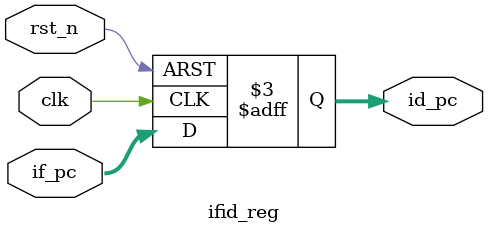
<source format=v>

module ifid_reg(
    input wire clk,
    input wire rst_n,
    input wire [31:0] if_pc,        //取指阶段的pc值
    output reg [31:0] id_pc        //译码阶段的pc值
);


    always @(posedge clk or negedge rst_n) begin
        if(!rst_n) begin
            id_pc <= 32'h0000_3000;
        end
        else begin
            id_pc <= if_pc;
        end
    end

endmodule
</source>
